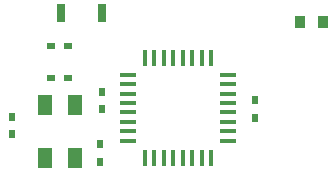
<source format=gtp>
%TF.GenerationSoftware,KiCad,Pcbnew,4.0.5-e0-6337~49~ubuntu16.04.1*%
%TF.CreationDate,2017-02-09T22:12:51-08:00*%
%TF.ProjectId,avr-programmer,6176722D70726F6772616D6D65722E6B,v1.0*%
%TF.FileFunction,Paste,Top*%
%FSLAX46Y46*%
G04 Gerber Fmt 4.6, Leading zero omitted, Abs format (unit mm)*
G04 Created by KiCad (PCBNEW 4.0.5-e0-6337~49~ubuntu16.04.1) date Thu Feb  9 22:12:51 2017*
%MOMM*%
%LPD*%
G01*
G04 APERTURE LIST*
%ADD10C,0.350000*%
%ADD11R,0.647600X1.547600*%
%ADD12R,0.647600X0.597600*%
%ADD13R,0.597600X0.647600*%
%ADD14R,0.847600X1.097600*%
%ADD15R,1.244600X1.752600*%
%ADD16R,1.447600X0.397600*%
%ADD17R,0.397600X1.447600*%
G04 APERTURE END LIST*
D10*
D11*
X114300000Y-77978000D03*
X110900000Y-77978000D03*
D12*
X111482000Y-80772000D03*
X109982000Y-80772000D03*
X109994000Y-83439000D03*
X111494000Y-83439000D03*
D13*
X114173000Y-90551000D03*
X114173000Y-89051000D03*
X127254000Y-86844000D03*
X127254000Y-85344000D03*
X114300000Y-86106000D03*
X114300000Y-84606000D03*
D14*
X131080000Y-78740000D03*
X133080000Y-78740000D03*
D15*
X112014000Y-90195400D03*
X112014000Y-85725000D03*
X109524800Y-90195400D03*
X109524800Y-85725000D03*
D16*
X116527000Y-83179000D03*
X116527000Y-83979000D03*
X116527000Y-84779000D03*
X116527000Y-85579000D03*
X116527000Y-86379000D03*
X116527000Y-87179000D03*
X116527000Y-87979000D03*
X116527000Y-88779000D03*
D17*
X117977000Y-90229000D03*
X118777000Y-90229000D03*
X119577000Y-90229000D03*
X120377000Y-90229000D03*
X121177000Y-90229000D03*
X121977000Y-90229000D03*
X122777000Y-90229000D03*
X123577000Y-90229000D03*
D16*
X125027000Y-88779000D03*
X125027000Y-87979000D03*
X125027000Y-87179000D03*
X125027000Y-86379000D03*
X125027000Y-85579000D03*
X125027000Y-84779000D03*
X125027000Y-83979000D03*
X125027000Y-83179000D03*
D17*
X123577000Y-81729000D03*
X122777000Y-81729000D03*
X121977000Y-81729000D03*
X121177000Y-81729000D03*
X120377000Y-81729000D03*
X119577000Y-81729000D03*
X118777000Y-81729000D03*
X117977000Y-81729000D03*
D13*
X106680000Y-86741000D03*
X106680000Y-88241000D03*
M02*

</source>
